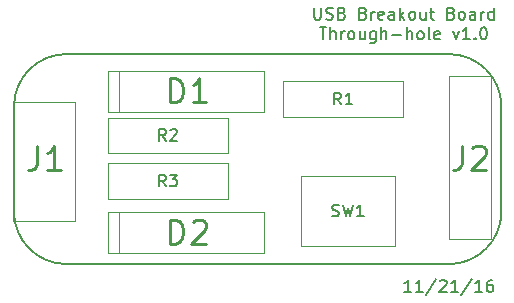
<source format=gbr>
%TF.GenerationSoftware,KiCad,Pcbnew,4.0.4+e1-6308~48~ubuntu16.04.1-stable*%
%TF.CreationDate,2016-12-10T16:28:55-08:00*%
%TF.ProjectId,usb-breakout,7573622D627265616B6F75742E6B6963,rev?*%
%TF.FileFunction,Other,Fab,Top*%
%FSLAX46Y46*%
G04 Gerber Fmt 4.6, Leading zero omitted, Abs format (unit mm)*
G04 Created by KiCad (PCBNEW 4.0.4+e1-6308~48~ubuntu16.04.1-stable) date Sat Dec 10 16:28:55 2016*
%MOMM*%
%LPD*%
G01*
G04 APERTURE LIST*
%ADD10C,0.350000*%
%ADD11C,0.152400*%
%ADD12C,0.050000*%
%ADD13C,0.050800*%
%ADD14C,0.254000*%
%ADD15C,0.150000*%
G04 APERTURE END LIST*
D10*
D11*
X139681857Y-110314619D02*
X139101286Y-110314619D01*
X139391572Y-110314619D02*
X139391572Y-109298619D01*
X139294810Y-109443762D01*
X139198048Y-109540524D01*
X139101286Y-109588905D01*
X140649476Y-110314619D02*
X140068905Y-110314619D01*
X140359191Y-110314619D02*
X140359191Y-109298619D01*
X140262429Y-109443762D01*
X140165667Y-109540524D01*
X140068905Y-109588905D01*
X141810619Y-109250238D02*
X140939762Y-110556524D01*
X142100905Y-109395381D02*
X142149286Y-109347000D01*
X142246048Y-109298619D01*
X142487952Y-109298619D01*
X142584714Y-109347000D01*
X142633095Y-109395381D01*
X142681476Y-109492143D01*
X142681476Y-109588905D01*
X142633095Y-109734048D01*
X142052524Y-110314619D01*
X142681476Y-110314619D01*
X143649095Y-110314619D02*
X143068524Y-110314619D01*
X143358810Y-110314619D02*
X143358810Y-109298619D01*
X143262048Y-109443762D01*
X143165286Y-109540524D01*
X143068524Y-109588905D01*
X144810238Y-109250238D02*
X143939381Y-110556524D01*
X145681095Y-110314619D02*
X145100524Y-110314619D01*
X145390810Y-110314619D02*
X145390810Y-109298619D01*
X145294048Y-109443762D01*
X145197286Y-109540524D01*
X145100524Y-109588905D01*
X146551952Y-109298619D02*
X146358429Y-109298619D01*
X146261667Y-109347000D01*
X146213286Y-109395381D01*
X146116524Y-109540524D01*
X146068143Y-109734048D01*
X146068143Y-110121095D01*
X146116524Y-110217857D01*
X146164905Y-110266238D01*
X146261667Y-110314619D01*
X146455190Y-110314619D01*
X146551952Y-110266238D01*
X146600333Y-110217857D01*
X146648714Y-110121095D01*
X146648714Y-109879190D01*
X146600333Y-109782429D01*
X146551952Y-109734048D01*
X146455190Y-109685667D01*
X146261667Y-109685667D01*
X146164905Y-109734048D01*
X146116524Y-109782429D01*
X146068143Y-109879190D01*
X131469192Y-86235419D02*
X131469192Y-87057895D01*
X131517573Y-87154657D01*
X131565954Y-87203038D01*
X131662716Y-87251419D01*
X131856239Y-87251419D01*
X131953001Y-87203038D01*
X132001382Y-87154657D01*
X132049763Y-87057895D01*
X132049763Y-86235419D01*
X132485192Y-87203038D02*
X132630335Y-87251419D01*
X132872239Y-87251419D01*
X132969001Y-87203038D01*
X133017382Y-87154657D01*
X133065763Y-87057895D01*
X133065763Y-86961133D01*
X133017382Y-86864371D01*
X132969001Y-86815990D01*
X132872239Y-86767610D01*
X132678716Y-86719229D01*
X132581954Y-86670848D01*
X132533573Y-86622467D01*
X132485192Y-86525705D01*
X132485192Y-86428943D01*
X132533573Y-86332181D01*
X132581954Y-86283800D01*
X132678716Y-86235419D01*
X132920620Y-86235419D01*
X133065763Y-86283800D01*
X133839858Y-86719229D02*
X133985001Y-86767610D01*
X134033382Y-86815990D01*
X134081763Y-86912752D01*
X134081763Y-87057895D01*
X134033382Y-87154657D01*
X133985001Y-87203038D01*
X133888239Y-87251419D01*
X133501192Y-87251419D01*
X133501192Y-86235419D01*
X133839858Y-86235419D01*
X133936620Y-86283800D01*
X133985001Y-86332181D01*
X134033382Y-86428943D01*
X134033382Y-86525705D01*
X133985001Y-86622467D01*
X133936620Y-86670848D01*
X133839858Y-86719229D01*
X133501192Y-86719229D01*
X135629953Y-86719229D02*
X135775096Y-86767610D01*
X135823477Y-86815990D01*
X135871858Y-86912752D01*
X135871858Y-87057895D01*
X135823477Y-87154657D01*
X135775096Y-87203038D01*
X135678334Y-87251419D01*
X135291287Y-87251419D01*
X135291287Y-86235419D01*
X135629953Y-86235419D01*
X135726715Y-86283800D01*
X135775096Y-86332181D01*
X135823477Y-86428943D01*
X135823477Y-86525705D01*
X135775096Y-86622467D01*
X135726715Y-86670848D01*
X135629953Y-86719229D01*
X135291287Y-86719229D01*
X136307287Y-87251419D02*
X136307287Y-86574086D01*
X136307287Y-86767610D02*
X136355668Y-86670848D01*
X136404049Y-86622467D01*
X136500811Y-86574086D01*
X136597572Y-86574086D01*
X137323286Y-87203038D02*
X137226524Y-87251419D01*
X137033001Y-87251419D01*
X136936239Y-87203038D01*
X136887858Y-87106276D01*
X136887858Y-86719229D01*
X136936239Y-86622467D01*
X137033001Y-86574086D01*
X137226524Y-86574086D01*
X137323286Y-86622467D01*
X137371667Y-86719229D01*
X137371667Y-86815990D01*
X136887858Y-86912752D01*
X138242524Y-87251419D02*
X138242524Y-86719229D01*
X138194143Y-86622467D01*
X138097381Y-86574086D01*
X137903858Y-86574086D01*
X137807096Y-86622467D01*
X138242524Y-87203038D02*
X138145762Y-87251419D01*
X137903858Y-87251419D01*
X137807096Y-87203038D01*
X137758715Y-87106276D01*
X137758715Y-87009514D01*
X137807096Y-86912752D01*
X137903858Y-86864371D01*
X138145762Y-86864371D01*
X138242524Y-86815990D01*
X138726334Y-87251419D02*
X138726334Y-86235419D01*
X138823096Y-86864371D02*
X139113381Y-87251419D01*
X139113381Y-86574086D02*
X138726334Y-86961133D01*
X139693953Y-87251419D02*
X139597191Y-87203038D01*
X139548810Y-87154657D01*
X139500429Y-87057895D01*
X139500429Y-86767610D01*
X139548810Y-86670848D01*
X139597191Y-86622467D01*
X139693953Y-86574086D01*
X139839095Y-86574086D01*
X139935857Y-86622467D01*
X139984238Y-86670848D01*
X140032619Y-86767610D01*
X140032619Y-87057895D01*
X139984238Y-87154657D01*
X139935857Y-87203038D01*
X139839095Y-87251419D01*
X139693953Y-87251419D01*
X140903476Y-86574086D02*
X140903476Y-87251419D01*
X140468048Y-86574086D02*
X140468048Y-87106276D01*
X140516429Y-87203038D01*
X140613191Y-87251419D01*
X140758333Y-87251419D01*
X140855095Y-87203038D01*
X140903476Y-87154657D01*
X141242143Y-86574086D02*
X141629191Y-86574086D01*
X141387286Y-86235419D02*
X141387286Y-87106276D01*
X141435667Y-87203038D01*
X141532429Y-87251419D01*
X141629191Y-87251419D01*
X143080618Y-86719229D02*
X143225761Y-86767610D01*
X143274142Y-86815990D01*
X143322523Y-86912752D01*
X143322523Y-87057895D01*
X143274142Y-87154657D01*
X143225761Y-87203038D01*
X143128999Y-87251419D01*
X142741952Y-87251419D01*
X142741952Y-86235419D01*
X143080618Y-86235419D01*
X143177380Y-86283800D01*
X143225761Y-86332181D01*
X143274142Y-86428943D01*
X143274142Y-86525705D01*
X143225761Y-86622467D01*
X143177380Y-86670848D01*
X143080618Y-86719229D01*
X142741952Y-86719229D01*
X143903095Y-87251419D02*
X143806333Y-87203038D01*
X143757952Y-87154657D01*
X143709571Y-87057895D01*
X143709571Y-86767610D01*
X143757952Y-86670848D01*
X143806333Y-86622467D01*
X143903095Y-86574086D01*
X144048237Y-86574086D01*
X144144999Y-86622467D01*
X144193380Y-86670848D01*
X144241761Y-86767610D01*
X144241761Y-87057895D01*
X144193380Y-87154657D01*
X144144999Y-87203038D01*
X144048237Y-87251419D01*
X143903095Y-87251419D01*
X145112618Y-87251419D02*
X145112618Y-86719229D01*
X145064237Y-86622467D01*
X144967475Y-86574086D01*
X144773952Y-86574086D01*
X144677190Y-86622467D01*
X145112618Y-87203038D02*
X145015856Y-87251419D01*
X144773952Y-87251419D01*
X144677190Y-87203038D01*
X144628809Y-87106276D01*
X144628809Y-87009514D01*
X144677190Y-86912752D01*
X144773952Y-86864371D01*
X145015856Y-86864371D01*
X145112618Y-86815990D01*
X145596428Y-87251419D02*
X145596428Y-86574086D01*
X145596428Y-86767610D02*
X145644809Y-86670848D01*
X145693190Y-86622467D01*
X145789952Y-86574086D01*
X145886713Y-86574086D01*
X146660808Y-87251419D02*
X146660808Y-86235419D01*
X146660808Y-87203038D02*
X146564046Y-87251419D01*
X146370523Y-87251419D01*
X146273761Y-87203038D01*
X146225380Y-87154657D01*
X146176999Y-87057895D01*
X146176999Y-86767610D01*
X146225380Y-86670848D01*
X146273761Y-86622467D01*
X146370523Y-86574086D01*
X146564046Y-86574086D01*
X146660808Y-86622467D01*
X131928811Y-87911819D02*
X132509382Y-87911819D01*
X132219097Y-88927819D02*
X132219097Y-87911819D01*
X132848049Y-88927819D02*
X132848049Y-87911819D01*
X133283477Y-88927819D02*
X133283477Y-88395629D01*
X133235096Y-88298867D01*
X133138334Y-88250486D01*
X132993192Y-88250486D01*
X132896430Y-88298867D01*
X132848049Y-88347248D01*
X133767287Y-88927819D02*
X133767287Y-88250486D01*
X133767287Y-88444010D02*
X133815668Y-88347248D01*
X133864049Y-88298867D01*
X133960811Y-88250486D01*
X134057572Y-88250486D01*
X134541382Y-88927819D02*
X134444620Y-88879438D01*
X134396239Y-88831057D01*
X134347858Y-88734295D01*
X134347858Y-88444010D01*
X134396239Y-88347248D01*
X134444620Y-88298867D01*
X134541382Y-88250486D01*
X134686524Y-88250486D01*
X134783286Y-88298867D01*
X134831667Y-88347248D01*
X134880048Y-88444010D01*
X134880048Y-88734295D01*
X134831667Y-88831057D01*
X134783286Y-88879438D01*
X134686524Y-88927819D01*
X134541382Y-88927819D01*
X135750905Y-88250486D02*
X135750905Y-88927819D01*
X135315477Y-88250486D02*
X135315477Y-88782676D01*
X135363858Y-88879438D01*
X135460620Y-88927819D01*
X135605762Y-88927819D01*
X135702524Y-88879438D01*
X135750905Y-88831057D01*
X136670143Y-88250486D02*
X136670143Y-89072962D01*
X136621762Y-89169724D01*
X136573381Y-89218105D01*
X136476620Y-89266486D01*
X136331477Y-89266486D01*
X136234715Y-89218105D01*
X136670143Y-88879438D02*
X136573381Y-88927819D01*
X136379858Y-88927819D01*
X136283096Y-88879438D01*
X136234715Y-88831057D01*
X136186334Y-88734295D01*
X136186334Y-88444010D01*
X136234715Y-88347248D01*
X136283096Y-88298867D01*
X136379858Y-88250486D01*
X136573381Y-88250486D01*
X136670143Y-88298867D01*
X137153953Y-88927819D02*
X137153953Y-87911819D01*
X137589381Y-88927819D02*
X137589381Y-88395629D01*
X137541000Y-88298867D01*
X137444238Y-88250486D01*
X137299096Y-88250486D01*
X137202334Y-88298867D01*
X137153953Y-88347248D01*
X138073191Y-88540771D02*
X138847286Y-88540771D01*
X139331096Y-88927819D02*
X139331096Y-87911819D01*
X139766524Y-88927819D02*
X139766524Y-88395629D01*
X139718143Y-88298867D01*
X139621381Y-88250486D01*
X139476239Y-88250486D01*
X139379477Y-88298867D01*
X139331096Y-88347248D01*
X140395477Y-88927819D02*
X140298715Y-88879438D01*
X140250334Y-88831057D01*
X140201953Y-88734295D01*
X140201953Y-88444010D01*
X140250334Y-88347248D01*
X140298715Y-88298867D01*
X140395477Y-88250486D01*
X140540619Y-88250486D01*
X140637381Y-88298867D01*
X140685762Y-88347248D01*
X140734143Y-88444010D01*
X140734143Y-88734295D01*
X140685762Y-88831057D01*
X140637381Y-88879438D01*
X140540619Y-88927819D01*
X140395477Y-88927819D01*
X141314715Y-88927819D02*
X141217953Y-88879438D01*
X141169572Y-88782676D01*
X141169572Y-87911819D01*
X142088809Y-88879438D02*
X141992047Y-88927819D01*
X141798524Y-88927819D01*
X141701762Y-88879438D01*
X141653381Y-88782676D01*
X141653381Y-88395629D01*
X141701762Y-88298867D01*
X141798524Y-88250486D01*
X141992047Y-88250486D01*
X142088809Y-88298867D01*
X142137190Y-88395629D01*
X142137190Y-88492390D01*
X141653381Y-88589152D01*
X143249952Y-88250486D02*
X143491857Y-88927819D01*
X143733761Y-88250486D01*
X144652999Y-88927819D02*
X144072428Y-88927819D01*
X144362714Y-88927819D02*
X144362714Y-87911819D01*
X144265952Y-88056962D01*
X144169190Y-88153724D01*
X144072428Y-88202105D01*
X145088428Y-88831057D02*
X145136809Y-88879438D01*
X145088428Y-88927819D01*
X145040047Y-88879438D01*
X145088428Y-88831057D01*
X145088428Y-88927819D01*
X145765762Y-87911819D02*
X145862523Y-87911819D01*
X145959285Y-87960200D01*
X146007666Y-88008581D01*
X146056047Y-88105343D01*
X146104428Y-88298867D01*
X146104428Y-88540771D01*
X146056047Y-88734295D01*
X146007666Y-88831057D01*
X145959285Y-88879438D01*
X145862523Y-88927819D01*
X145765762Y-88927819D01*
X145669000Y-88879438D01*
X145620619Y-88831057D01*
X145572238Y-88734295D01*
X145523857Y-88540771D01*
X145523857Y-88298867D01*
X145572238Y-88105343D01*
X145620619Y-88008581D01*
X145669000Y-87960200D01*
X145765762Y-87911819D01*
X110490000Y-107950000D02*
X142875000Y-107950000D01*
X142875000Y-107950000D02*
G75*
G03X147320000Y-103505000I0J4445000D01*
G01*
X147320000Y-94615000D02*
G75*
G03X142875000Y-90170000I-4445000J0D01*
G01*
X110490000Y-90170000D02*
X142875000Y-90170000D01*
X110490000Y-90170000D02*
G75*
G03X106045000Y-94615000I0J-4445000D01*
G01*
X106045000Y-94615000D02*
X106045000Y-103505000D01*
X106045000Y-103505000D02*
G75*
G03X110490000Y-107950000I4445000J0D01*
G01*
X147320000Y-103505000D02*
X147320000Y-94615000D01*
D12*
X105930400Y-94262800D02*
X111180400Y-94262800D01*
X105930400Y-104262800D02*
X105930400Y-94262800D01*
X111180400Y-104262800D02*
X105930400Y-104262800D01*
X111180400Y-94262800D02*
X111180400Y-104262800D01*
D13*
X146403000Y-105789500D02*
X146403000Y-92039500D01*
X142903000Y-105789500D02*
X146403000Y-105789500D01*
X142903000Y-92039500D02*
X142903000Y-105789500D01*
X146403000Y-92039500D02*
X142903000Y-92039500D01*
X128806100Y-95480000D02*
X139006100Y-95480000D01*
X128806100Y-92480000D02*
X128806100Y-95480000D01*
X128906100Y-92480000D02*
X128806100Y-92480000D01*
X139006100Y-92480000D02*
X128906100Y-92480000D01*
X139006100Y-95480000D02*
X139006100Y-92480000D01*
X113972500Y-98566100D02*
X124172500Y-98566100D01*
X113972500Y-95566100D02*
X113972500Y-98566100D01*
X114072500Y-95566100D02*
X113972500Y-95566100D01*
X124172500Y-95566100D02*
X114072500Y-95566100D01*
X124172500Y-98566100D02*
X124172500Y-95566100D01*
X113972500Y-102426900D02*
X124172500Y-102426900D01*
X113972500Y-99426900D02*
X113972500Y-102426900D01*
X114072500Y-99426900D02*
X113972500Y-99426900D01*
X124172500Y-99426900D02*
X114072500Y-99426900D01*
X124172500Y-102426900D02*
X124172500Y-99426900D01*
D12*
X138325100Y-106460300D02*
X138325100Y-100460300D01*
X130325100Y-106460300D02*
X138325100Y-106460300D01*
X130325100Y-100460300D02*
X130325100Y-106460300D01*
X138325100Y-100460300D02*
X130325100Y-100460300D01*
D13*
X113981100Y-91597540D02*
X113981100Y-91847540D01*
X127231100Y-91597540D02*
X113981100Y-91597540D01*
X127231100Y-95097540D02*
X127231100Y-91597540D01*
X126981100Y-95097540D02*
X127231100Y-95097540D01*
X113981100Y-95097540D02*
X126981100Y-95097540D01*
X113981100Y-91847540D02*
X113981100Y-95097540D01*
X114981100Y-91597540D02*
X114981100Y-95097540D01*
X113981100Y-103548240D02*
X113981100Y-103798240D01*
X127231100Y-103548240D02*
X113981100Y-103548240D01*
X127231100Y-107048240D02*
X127231100Y-103548240D01*
X126981100Y-107048240D02*
X127231100Y-107048240D01*
X113981100Y-107048240D02*
X126981100Y-107048240D01*
X113981100Y-103798240D02*
X113981100Y-107048240D01*
X114981100Y-103548240D02*
X114981100Y-107048240D01*
D14*
X108003067Y-97947238D02*
X108003067Y-99398667D01*
X107906305Y-99688952D01*
X107712781Y-99882476D01*
X107422496Y-99979238D01*
X107228972Y-99979238D01*
X110035066Y-99979238D02*
X108873924Y-99979238D01*
X109454495Y-99979238D02*
X109454495Y-97947238D01*
X109260971Y-98237524D01*
X109067447Y-98431048D01*
X108873924Y-98527810D01*
X143975667Y-97926738D02*
X143975667Y-99378167D01*
X143878905Y-99668452D01*
X143685381Y-99861976D01*
X143395096Y-99958738D01*
X143201572Y-99958738D01*
X144846524Y-98120262D02*
X144943286Y-98023500D01*
X145136809Y-97926738D01*
X145620619Y-97926738D01*
X145814143Y-98023500D01*
X145910905Y-98120262D01*
X146007666Y-98313786D01*
X146007666Y-98507310D01*
X145910905Y-98797595D01*
X144749762Y-99958738D01*
X146007666Y-99958738D01*
D15*
X133739434Y-94432381D02*
X133406100Y-93956190D01*
X133168005Y-94432381D02*
X133168005Y-93432381D01*
X133548958Y-93432381D01*
X133644196Y-93480000D01*
X133691815Y-93527619D01*
X133739434Y-93622857D01*
X133739434Y-93765714D01*
X133691815Y-93860952D01*
X133644196Y-93908571D01*
X133548958Y-93956190D01*
X133168005Y-93956190D01*
X134691815Y-94432381D02*
X134120386Y-94432381D01*
X134406100Y-94432381D02*
X134406100Y-93432381D01*
X134310862Y-93575238D01*
X134215624Y-93670476D01*
X134120386Y-93718095D01*
X118905834Y-97518481D02*
X118572500Y-97042290D01*
X118334405Y-97518481D02*
X118334405Y-96518481D01*
X118715358Y-96518481D01*
X118810596Y-96566100D01*
X118858215Y-96613719D01*
X118905834Y-96708957D01*
X118905834Y-96851814D01*
X118858215Y-96947052D01*
X118810596Y-96994671D01*
X118715358Y-97042290D01*
X118334405Y-97042290D01*
X119286786Y-96613719D02*
X119334405Y-96566100D01*
X119429643Y-96518481D01*
X119667739Y-96518481D01*
X119762977Y-96566100D01*
X119810596Y-96613719D01*
X119858215Y-96708957D01*
X119858215Y-96804195D01*
X119810596Y-96947052D01*
X119239167Y-97518481D01*
X119858215Y-97518481D01*
X118905834Y-101379281D02*
X118572500Y-100903090D01*
X118334405Y-101379281D02*
X118334405Y-100379281D01*
X118715358Y-100379281D01*
X118810596Y-100426900D01*
X118858215Y-100474519D01*
X118905834Y-100569757D01*
X118905834Y-100712614D01*
X118858215Y-100807852D01*
X118810596Y-100855471D01*
X118715358Y-100903090D01*
X118334405Y-100903090D01*
X119239167Y-100379281D02*
X119858215Y-100379281D01*
X119524881Y-100760233D01*
X119667739Y-100760233D01*
X119762977Y-100807852D01*
X119810596Y-100855471D01*
X119858215Y-100950710D01*
X119858215Y-101188805D01*
X119810596Y-101284043D01*
X119762977Y-101331662D01*
X119667739Y-101379281D01*
X119382024Y-101379281D01*
X119286786Y-101331662D01*
X119239167Y-101284043D01*
X132991767Y-103865062D02*
X133134624Y-103912681D01*
X133372720Y-103912681D01*
X133467958Y-103865062D01*
X133515577Y-103817443D01*
X133563196Y-103722205D01*
X133563196Y-103626967D01*
X133515577Y-103531729D01*
X133467958Y-103484110D01*
X133372720Y-103436490D01*
X133182243Y-103388871D01*
X133087005Y-103341252D01*
X133039386Y-103293633D01*
X132991767Y-103198395D01*
X132991767Y-103103157D01*
X133039386Y-103007919D01*
X133087005Y-102960300D01*
X133182243Y-102912681D01*
X133420339Y-102912681D01*
X133563196Y-102960300D01*
X133896529Y-102912681D02*
X134134624Y-103912681D01*
X134325101Y-103198395D01*
X134515577Y-103912681D01*
X134753672Y-102912681D01*
X135658434Y-103912681D02*
X135087005Y-103912681D01*
X135372719Y-103912681D02*
X135372719Y-102912681D01*
X135277481Y-103055538D01*
X135182243Y-103150776D01*
X135087005Y-103198395D01*
D14*
X119231291Y-94266778D02*
X119231291Y-92234778D01*
X119715100Y-92234778D01*
X120005386Y-92331540D01*
X120198910Y-92525064D01*
X120295671Y-92718588D01*
X120392433Y-93105635D01*
X120392433Y-93395921D01*
X120295671Y-93782969D01*
X120198910Y-93976492D01*
X120005386Y-94170016D01*
X119715100Y-94266778D01*
X119231291Y-94266778D01*
X122327671Y-94266778D02*
X121166529Y-94266778D01*
X121747100Y-94266778D02*
X121747100Y-92234778D01*
X121553576Y-92525064D01*
X121360052Y-92718588D01*
X121166529Y-92815350D01*
X119231291Y-106217478D02*
X119231291Y-104185478D01*
X119715100Y-104185478D01*
X120005386Y-104282240D01*
X120198910Y-104475764D01*
X120295671Y-104669288D01*
X120392433Y-105056335D01*
X120392433Y-105346621D01*
X120295671Y-105733669D01*
X120198910Y-105927192D01*
X120005386Y-106120716D01*
X119715100Y-106217478D01*
X119231291Y-106217478D01*
X121166529Y-104379002D02*
X121263291Y-104282240D01*
X121456814Y-104185478D01*
X121940624Y-104185478D01*
X122134148Y-104282240D01*
X122230910Y-104379002D01*
X122327671Y-104572526D01*
X122327671Y-104766050D01*
X122230910Y-105056335D01*
X121069767Y-106217478D01*
X122327671Y-106217478D01*
M02*

</source>
